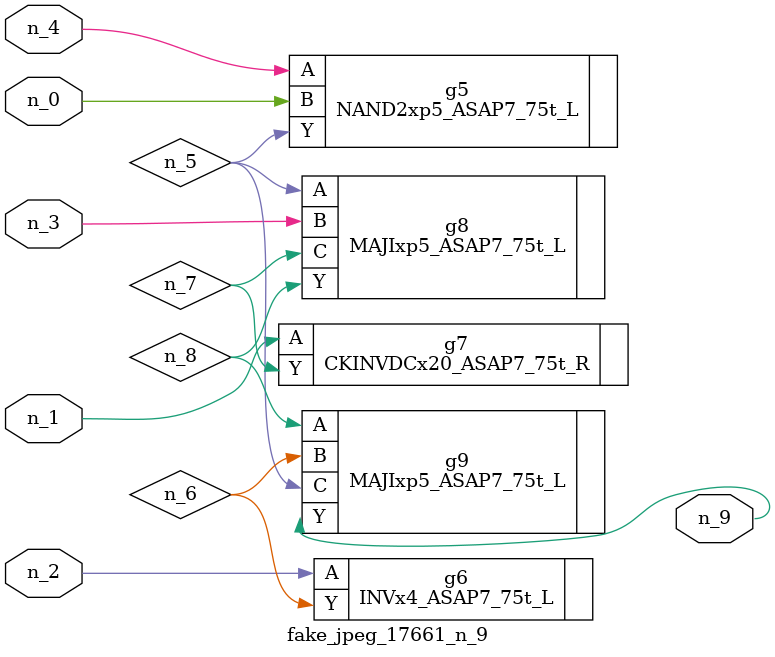
<source format=v>
module fake_jpeg_17661_n_9 (n_3, n_2, n_1, n_0, n_4, n_9);

input n_3;
input n_2;
input n_1;
input n_0;
input n_4;

output n_9;

wire n_8;
wire n_6;
wire n_5;
wire n_7;

NAND2xp5_ASAP7_75t_L g5 ( 
.A(n_4),
.B(n_0),
.Y(n_5)
);

INVx4_ASAP7_75t_L g6 ( 
.A(n_2),
.Y(n_6)
);

CKINVDCx20_ASAP7_75t_R g7 ( 
.A(n_1),
.Y(n_7)
);

MAJIxp5_ASAP7_75t_L g8 ( 
.A(n_5),
.B(n_3),
.C(n_7),
.Y(n_8)
);

MAJIxp5_ASAP7_75t_L g9 ( 
.A(n_8),
.B(n_6),
.C(n_5),
.Y(n_9)
);


endmodule
</source>
